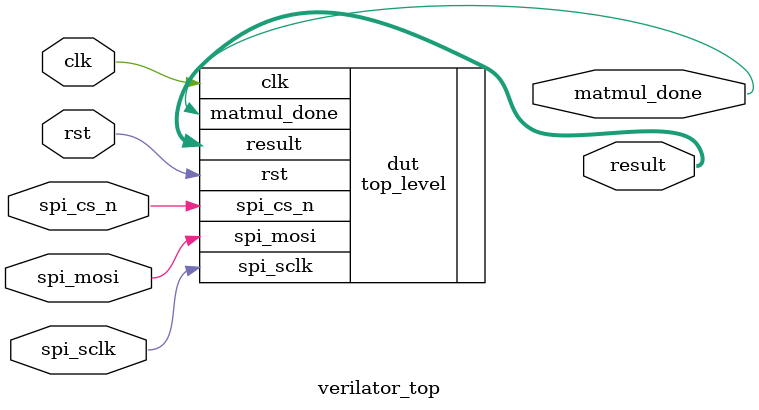
<source format=sv>
module verilator_top (
    input logic clk,
    input logic rst,
    input logic spi_sclk,
    input logic spi_mosi,
    input logic spi_cs_n,
    output logic matmul_done,
    output logic [31:0] result
);

    top_level dut (
        .clk(clk),
        .rst(rst),
        .spi_sclk(spi_sclk),
        .spi_mosi(spi_mosi),
        .spi_cs_n(spi_cs_n),
        .result(result), // Connect to result output
        .matmul_done(matmul_done)
    );

endmodule

</source>
